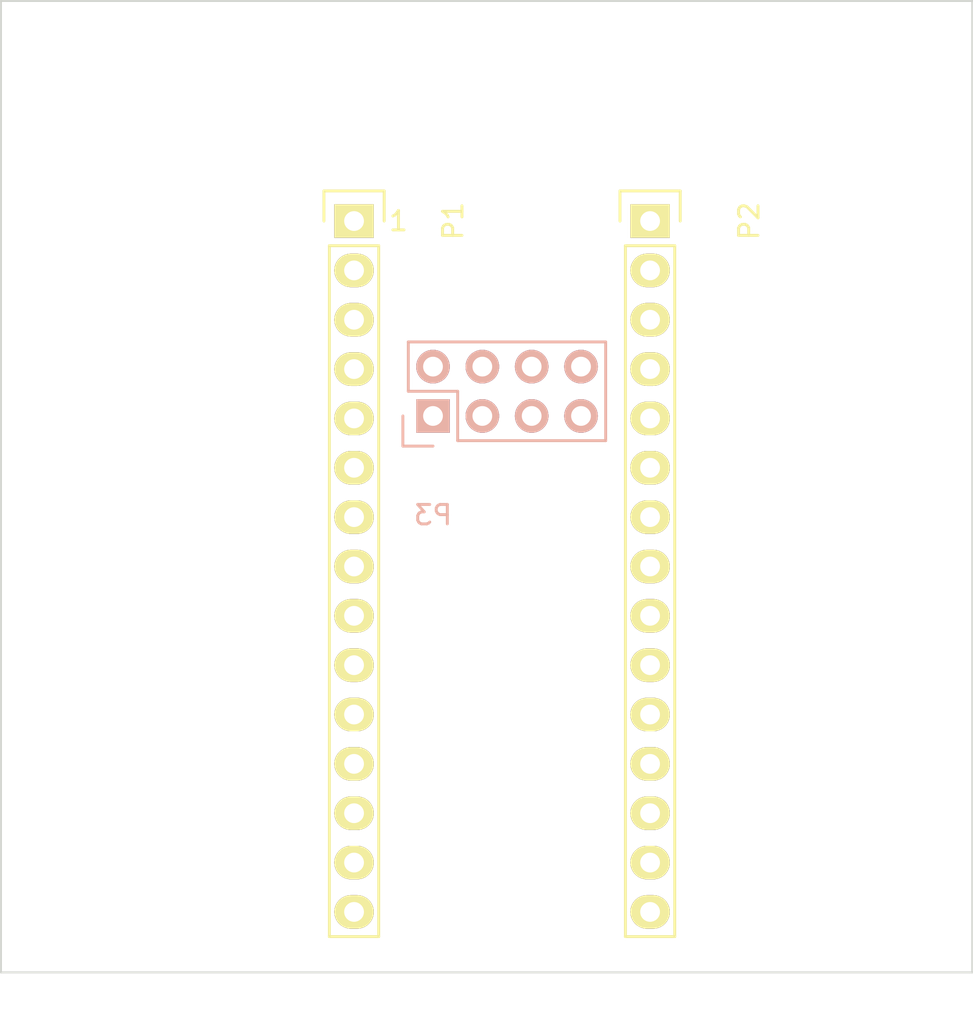
<source format=kicad_pcb>
(kicad_pcb (version 4) (host pcbnew 4.0.2-4+6225~38~ubuntu14.04.1-stable)

  (general
    (links 9)
    (no_connects 9)
    (area 119.949999 64.949999 170.050001 115.050001)
    (thickness 1.6)
    (drawings 11)
    (tracks 0)
    (zones 0)
    (modules 6)
    (nets 30)
  )

  (page A4)
  (title_block
    (date "jeu. 02 avril 2015")
  )

  (layers
    (0 F.Cu signal)
    (31 B.Cu signal)
    (32 B.Adhes user)
    (33 F.Adhes user)
    (34 B.Paste user)
    (35 F.Paste user)
    (36 B.SilkS user)
    (37 F.SilkS user)
    (38 B.Mask user)
    (39 F.Mask user)
    (40 Dwgs.User user)
    (41 Cmts.User user)
    (42 Eco1.User user)
    (43 Eco2.User user)
    (44 Edge.Cuts user)
    (45 Margin user)
    (46 B.CrtYd user)
    (47 F.CrtYd user)
    (48 B.Fab user)
    (49 F.Fab user)
  )

  (setup
    (last_trace_width 0.305)
    (trace_clearance 0.2)
    (zone_clearance 0.508)
    (zone_45_only no)
    (trace_min 0.2)
    (segment_width 0.15)
    (edge_width 0.1)
    (via_size 0.75)
    (via_drill 0.4)
    (via_min_size 0.75)
    (via_min_drill 0.4)
    (uvia_size 0.3)
    (uvia_drill 0.1)
    (uvias_allowed no)
    (uvia_min_size 0.2)
    (uvia_min_drill 0.1)
    (pcb_text_width 0.3)
    (pcb_text_size 1.5 1.5)
    (mod_edge_width 0.15)
    (mod_text_size 1 1)
    (mod_text_width 0.15)
    (pad_size 1.5 1.5)
    (pad_drill 0.6)
    (pad_to_mask_clearance 0)
    (aux_axis_origin 138.176 110.617)
    (visible_elements FFFFFF7F)
    (pcbplotparams
      (layerselection 0x00030_80000001)
      (usegerberextensions false)
      (excludeedgelayer true)
      (linewidth 0.100000)
      (plotframeref false)
      (viasonmask false)
      (mode 1)
      (useauxorigin false)
      (hpglpennumber 1)
      (hpglpenspeed 20)
      (hpglpendiameter 15)
      (hpglpenoverlay 2)
      (psnegative false)
      (psa4output false)
      (plotreference true)
      (plotvalue true)
      (plotinvisibletext false)
      (padsonsilk false)
      (subtractmaskfromsilk false)
      (outputformat 1)
      (mirror false)
      (drillshape 1)
      (scaleselection 1)
      (outputdirectory ""))
  )

  (net 0 "")
  (net 1 "/1(Tx)")
  (net 2 "/0(Rx)")
  (net 3 /Reset)
  (net 4 GND)
  (net 5 /2)
  (net 6 "/3(**)")
  (net 7 /4)
  (net 8 "/5(**)")
  (net 9 "/6(**)")
  (net 10 /7)
  (net 11 /8)
  (net 12 "/9(**)")
  (net 13 "/10(**/SS)")
  (net 14 "/12(MOSI)")
  (net 15 /Vin)
  (net 16 +5V)
  (net 17 /A7)
  (net 18 /A6)
  (net 19 /A5)
  (net 20 /A4)
  (net 21 /A3)
  (net 22 /A2)
  (net 23 /A1)
  (net 24 /A0)
  (net 25 /AREF)
  (net 26 +3.3V)
  (net 27 "/13(SCK)")
  (net 28 "/11(MISO)")
  (net 29 "Net-(P3-Pad8)")

  (net_class Default "This is the default net class."
    (clearance 0.2)
    (trace_width 0.305)
    (via_dia 0.75)
    (via_drill 0.4)
    (uvia_dia 0.3)
    (uvia_drill 0.1)
    (add_net +3.3V)
    (add_net +5V)
    (add_net "/0(Rx)")
    (add_net "/1(Tx)")
    (add_net "/10(**/SS)")
    (add_net "/11(MISO)")
    (add_net "/12(MOSI)")
    (add_net "/13(SCK)")
    (add_net /2)
    (add_net "/3(**)")
    (add_net /4)
    (add_net "/5(**)")
    (add_net "/6(**)")
    (add_net /7)
    (add_net /8)
    (add_net "/9(**)")
    (add_net /A0)
    (add_net /A1)
    (add_net /A2)
    (add_net /A3)
    (add_net /A4)
    (add_net /A5)
    (add_net /A6)
    (add_net /A7)
    (add_net /AREF)
    (add_net /Reset)
    (add_net /Vin)
    (add_net GND)
    (add_net "Net-(P3-Pad8)")
  )

  (net_class Fat ""
    (clearance 0.2)
    (trace_width 0.813)
    (via_dia 0.75)
    (via_drill 0.4)
    (uvia_dia 0.3)
    (uvia_drill 0.1)
  )

  (net_class Wide ""
    (clearance 0.2)
    (trace_width 0.406)
    (via_dia 0.75)
    (via_drill 0.4)
    (uvia_dia 0.3)
    (uvia_drill 0.1)
  )

  (module Socket_Arduino_Nano:1pin_Nano locked (layer F.Cu) (tedit 57162933) (tstamp 55211558)
    (at 138.176 114.427)
    (descr "module 1 pin (ou trou mecanique de percage)")
    (tags DEV)
    (path /551D9414)
    (fp_text reference P4 (at 0 -2.032) (layer F.SilkS) hide
      (effects (font (size 1 1) (thickness 0.15)))
    )
    (fp_text value CONN_1 (at 0 2.032) (layer F.Fab) hide
      (effects (font (size 1 1) (thickness 0.15)))
    )
  )

  (module Socket_Arduino_Nano:1pin_Nano locked (layer F.Cu) (tedit 57162938) (tstamp 5521155D)
    (at 153.416 114.427)
    (descr "module 1 pin (ou trou mecanique de percage)")
    (tags DEV)
    (path /551D9432)
    (fp_text reference P5 (at 0 -2.032) (layer F.SilkS) hide
      (effects (font (size 1 1) (thickness 0.15)))
    )
    (fp_text value CONN_1 (at 0 2.032) (layer F.Fab) hide
      (effects (font (size 1 1) (thickness 0.15)))
    )
  )

  (module Socket_Arduino_Nano:1pin_Nano locked (layer F.Cu) (tedit 5716292C) (tstamp 55211562)
    (at 153.416 73.787)
    (descr "module 1 pin (ou trou mecanique de percage)")
    (tags DEV)
    (path /551D9466)
    (fp_text reference P6 (at 0 -2.032) (layer F.SilkS) hide
      (effects (font (size 1 1) (thickness 0.15)))
    )
    (fp_text value CONN_1 (at 0 2.032) (layer F.Fab) hide
      (effects (font (size 1 1) (thickness 0.15)))
    )
  )

  (module Socket_Strips:Socket_Strip_Straight_2x04 (layer B.Cu) (tedit 0) (tstamp 5716298A)
    (at 142.24 86.36)
    (descr "Through hole socket strip")
    (tags "socket strip")
    (path /571623F2)
    (fp_text reference P3 (at 0 5.1) (layer B.SilkS)
      (effects (font (size 1 1) (thickness 0.15)) (justify mirror))
    )
    (fp_text value CONN_02X04 (at 0 3.1) (layer B.Fab)
      (effects (font (size 1 1) (thickness 0.15)) (justify mirror))
    )
    (fp_line (start -1.75 1.75) (end -1.75 -4.3) (layer B.CrtYd) (width 0.05))
    (fp_line (start 9.4 1.75) (end 9.4 -4.3) (layer B.CrtYd) (width 0.05))
    (fp_line (start -1.75 1.75) (end 9.4 1.75) (layer B.CrtYd) (width 0.05))
    (fp_line (start -1.75 -4.3) (end 9.4 -4.3) (layer B.CrtYd) (width 0.05))
    (fp_line (start 1.27 1.27) (end 8.89 1.27) (layer B.SilkS) (width 0.15))
    (fp_line (start 8.89 1.27) (end 8.89 -3.81) (layer B.SilkS) (width 0.15))
    (fp_line (start 8.89 -3.81) (end -1.27 -3.81) (layer B.SilkS) (width 0.15))
    (fp_line (start -1.27 -3.81) (end -1.27 -1.27) (layer B.SilkS) (width 0.15))
    (fp_line (start 0 1.55) (end -1.55 1.55) (layer B.SilkS) (width 0.15))
    (fp_line (start -1.27 -1.27) (end 1.27 -1.27) (layer B.SilkS) (width 0.15))
    (fp_line (start 1.27 -1.27) (end 1.27 1.27) (layer B.SilkS) (width 0.15))
    (fp_line (start -1.55 1.55) (end -1.55 0) (layer B.SilkS) (width 0.15))
    (pad 1 thru_hole rect (at 0 0) (size 1.7272 1.7272) (drill 1.016) (layers *.Cu *.Mask B.SilkS)
      (net 4 GND))
    (pad 2 thru_hole oval (at 0 -2.54) (size 1.7272 1.7272) (drill 1.016) (layers *.Cu *.Mask B.SilkS)
      (net 26 +3.3V))
    (pad 3 thru_hole oval (at 2.54 0) (size 1.7272 1.7272) (drill 1.016) (layers *.Cu *.Mask B.SilkS)
      (net 10 /7))
    (pad 4 thru_hole oval (at 2.54 -2.54) (size 1.7272 1.7272) (drill 1.016) (layers *.Cu *.Mask B.SilkS)
      (net 11 /8))
    (pad 5 thru_hole oval (at 5.08 0) (size 1.7272 1.7272) (drill 1.016) (layers *.Cu *.Mask B.SilkS)
      (net 27 "/13(SCK)"))
    (pad 6 thru_hole oval (at 5.08 -2.54) (size 1.7272 1.7272) (drill 1.016) (layers *.Cu *.Mask B.SilkS)
      (net 14 "/12(MOSI)"))
    (pad 7 thru_hole oval (at 7.62 0) (size 1.7272 1.7272) (drill 1.016) (layers *.Cu *.Mask B.SilkS)
      (net 28 "/11(MISO)"))
    (pad 8 thru_hole oval (at 7.62 -2.54) (size 1.7272 1.7272) (drill 1.016) (layers *.Cu *.Mask B.SilkS)
      (net 29 "Net-(P3-Pad8)"))
    (model Socket_Strips.3dshapes/Socket_Strip_Straight_2x04.wrl
      (at (xyz 0.15 -0.05 0))
      (scale (xyz 1 1 1))
      (rotate (xyz 0 0 180))
    )
  )

  (module Socket_Strips:Socket_Strip_Straight_1x15 locked (layer F.Cu) (tedit 0) (tstamp 571629F3)
    (at 138.176 76.327 270)
    (descr "Through hole socket strip")
    (tags "socket strip")
    (path /551D9496)
    (fp_text reference P1 (at 0 -5.1 270) (layer F.SilkS)
      (effects (font (size 1 1) (thickness 0.15)))
    )
    (fp_text value Digital (at 0 -3.1 270) (layer F.Fab)
      (effects (font (size 1 1) (thickness 0.15)))
    )
    (fp_line (start -1.75 -1.75) (end -1.75 1.75) (layer F.CrtYd) (width 0.05))
    (fp_line (start 37.35 -1.75) (end 37.35 1.75) (layer F.CrtYd) (width 0.05))
    (fp_line (start -1.75 -1.75) (end 37.35 -1.75) (layer F.CrtYd) (width 0.05))
    (fp_line (start -1.75 1.75) (end 37.35 1.75) (layer F.CrtYd) (width 0.05))
    (fp_line (start 1.27 -1.27) (end 36.83 -1.27) (layer F.SilkS) (width 0.15))
    (fp_line (start 36.83 -1.27) (end 36.83 1.27) (layer F.SilkS) (width 0.15))
    (fp_line (start 36.83 1.27) (end 1.27 1.27) (layer F.SilkS) (width 0.15))
    (fp_line (start -1.55 1.55) (end 0 1.55) (layer F.SilkS) (width 0.15))
    (fp_line (start 1.27 1.27) (end 1.27 -1.27) (layer F.SilkS) (width 0.15))
    (fp_line (start 0 -1.55) (end -1.55 -1.55) (layer F.SilkS) (width 0.15))
    (fp_line (start -1.55 -1.55) (end -1.55 1.55) (layer F.SilkS) (width 0.15))
    (pad 1 thru_hole rect (at 0 0 270) (size 1.7272 2.032) (drill 1.016) (layers *.Cu *.Mask F.SilkS)
      (net 1 "/1(Tx)"))
    (pad 2 thru_hole oval (at 2.54 0 270) (size 1.7272 2.032) (drill 1.016) (layers *.Cu *.Mask F.SilkS)
      (net 2 "/0(Rx)"))
    (pad 3 thru_hole oval (at 5.08 0 270) (size 1.7272 2.032) (drill 1.016) (layers *.Cu *.Mask F.SilkS)
      (net 3 /Reset))
    (pad 4 thru_hole oval (at 7.62 0 270) (size 1.7272 2.032) (drill 1.016) (layers *.Cu *.Mask F.SilkS)
      (net 4 GND))
    (pad 5 thru_hole oval (at 10.16 0 270) (size 1.7272 2.032) (drill 1.016) (layers *.Cu *.Mask F.SilkS)
      (net 5 /2))
    (pad 6 thru_hole oval (at 12.7 0 270) (size 1.7272 2.032) (drill 1.016) (layers *.Cu *.Mask F.SilkS)
      (net 6 "/3(**)"))
    (pad 7 thru_hole oval (at 15.24 0 270) (size 1.7272 2.032) (drill 1.016) (layers *.Cu *.Mask F.SilkS)
      (net 7 /4))
    (pad 8 thru_hole oval (at 17.78 0 270) (size 1.7272 2.032) (drill 1.016) (layers *.Cu *.Mask F.SilkS)
      (net 8 "/5(**)"))
    (pad 9 thru_hole oval (at 20.32 0 270) (size 1.7272 2.032) (drill 1.016) (layers *.Cu *.Mask F.SilkS)
      (net 9 "/6(**)"))
    (pad 10 thru_hole oval (at 22.86 0 270) (size 1.7272 2.032) (drill 1.016) (layers *.Cu *.Mask F.SilkS)
      (net 10 /7))
    (pad 11 thru_hole oval (at 25.4 0 270) (size 1.7272 2.032) (drill 1.016) (layers *.Cu *.Mask F.SilkS)
      (net 11 /8))
    (pad 12 thru_hole oval (at 27.94 0 270) (size 1.7272 2.032) (drill 1.016) (layers *.Cu *.Mask F.SilkS)
      (net 12 "/9(**)"))
    (pad 13 thru_hole oval (at 30.48 0 270) (size 1.7272 2.032) (drill 1.016) (layers *.Cu *.Mask F.SilkS)
      (net 13 "/10(**/SS)"))
    (pad 14 thru_hole oval (at 33.02 0 270) (size 1.7272 2.032) (drill 1.016) (layers *.Cu *.Mask F.SilkS)
      (net 28 "/11(MISO)"))
    (pad 15 thru_hole oval (at 35.56 0 270) (size 1.7272 2.032) (drill 1.016) (layers *.Cu *.Mask F.SilkS)
      (net 14 "/12(MOSI)"))
    (model Socket_Strips.3dshapes/Socket_Strip_Straight_1x15.wrl
      (at (xyz 0.7 0 0))
      (scale (xyz 1 1 1))
      (rotate (xyz 0 0 180))
    )
  )

  (module Socket_Strips:Socket_Strip_Straight_1x15 locked (layer F.Cu) (tedit 0) (tstamp 57162A05)
    (at 153.416 76.327 270)
    (descr "Through hole socket strip")
    (tags "socket strip")
    (path /551D94EF)
    (fp_text reference P2 (at 0 -5.1 270) (layer F.SilkS)
      (effects (font (size 1 1) (thickness 0.15)))
    )
    (fp_text value Analog (at 0 -3.1 270) (layer F.Fab)
      (effects (font (size 1 1) (thickness 0.15)))
    )
    (fp_line (start -1.75 -1.75) (end -1.75 1.75) (layer F.CrtYd) (width 0.05))
    (fp_line (start 37.35 -1.75) (end 37.35 1.75) (layer F.CrtYd) (width 0.05))
    (fp_line (start -1.75 -1.75) (end 37.35 -1.75) (layer F.CrtYd) (width 0.05))
    (fp_line (start -1.75 1.75) (end 37.35 1.75) (layer F.CrtYd) (width 0.05))
    (fp_line (start 1.27 -1.27) (end 36.83 -1.27) (layer F.SilkS) (width 0.15))
    (fp_line (start 36.83 -1.27) (end 36.83 1.27) (layer F.SilkS) (width 0.15))
    (fp_line (start 36.83 1.27) (end 1.27 1.27) (layer F.SilkS) (width 0.15))
    (fp_line (start -1.55 1.55) (end 0 1.55) (layer F.SilkS) (width 0.15))
    (fp_line (start 1.27 1.27) (end 1.27 -1.27) (layer F.SilkS) (width 0.15))
    (fp_line (start 0 -1.55) (end -1.55 -1.55) (layer F.SilkS) (width 0.15))
    (fp_line (start -1.55 -1.55) (end -1.55 1.55) (layer F.SilkS) (width 0.15))
    (pad 1 thru_hole rect (at 0 0 270) (size 1.7272 2.032) (drill 1.016) (layers *.Cu *.Mask F.SilkS)
      (net 15 /Vin))
    (pad 2 thru_hole oval (at 2.54 0 270) (size 1.7272 2.032) (drill 1.016) (layers *.Cu *.Mask F.SilkS)
      (net 4 GND))
    (pad 3 thru_hole oval (at 5.08 0 270) (size 1.7272 2.032) (drill 1.016) (layers *.Cu *.Mask F.SilkS)
      (net 3 /Reset))
    (pad 4 thru_hole oval (at 7.62 0 270) (size 1.7272 2.032) (drill 1.016) (layers *.Cu *.Mask F.SilkS)
      (net 16 +5V))
    (pad 5 thru_hole oval (at 10.16 0 270) (size 1.7272 2.032) (drill 1.016) (layers *.Cu *.Mask F.SilkS)
      (net 17 /A7))
    (pad 6 thru_hole oval (at 12.7 0 270) (size 1.7272 2.032) (drill 1.016) (layers *.Cu *.Mask F.SilkS)
      (net 18 /A6))
    (pad 7 thru_hole oval (at 15.24 0 270) (size 1.7272 2.032) (drill 1.016) (layers *.Cu *.Mask F.SilkS)
      (net 19 /A5))
    (pad 8 thru_hole oval (at 17.78 0 270) (size 1.7272 2.032) (drill 1.016) (layers *.Cu *.Mask F.SilkS)
      (net 20 /A4))
    (pad 9 thru_hole oval (at 20.32 0 270) (size 1.7272 2.032) (drill 1.016) (layers *.Cu *.Mask F.SilkS)
      (net 21 /A3))
    (pad 10 thru_hole oval (at 22.86 0 270) (size 1.7272 2.032) (drill 1.016) (layers *.Cu *.Mask F.SilkS)
      (net 22 /A2))
    (pad 11 thru_hole oval (at 25.4 0 270) (size 1.7272 2.032) (drill 1.016) (layers *.Cu *.Mask F.SilkS)
      (net 23 /A1))
    (pad 12 thru_hole oval (at 27.94 0 270) (size 1.7272 2.032) (drill 1.016) (layers *.Cu *.Mask F.SilkS)
      (net 24 /A0))
    (pad 13 thru_hole oval (at 30.48 0 270) (size 1.7272 2.032) (drill 1.016) (layers *.Cu *.Mask F.SilkS)
      (net 25 /AREF))
    (pad 14 thru_hole oval (at 33.02 0 270) (size 1.7272 2.032) (drill 1.016) (layers *.Cu *.Mask F.SilkS)
      (net 26 +3.3V))
    (pad 15 thru_hole oval (at 35.56 0 270) (size 1.7272 2.032) (drill 1.016) (layers *.Cu *.Mask F.SilkS)
      (net 27 "/13(SCK)"))
    (model Socket_Strips.3dshapes/Socket_Strip_Straight_1x15.wrl
      (at (xyz 0.7 0 0))
      (scale (xyz 1 1 1))
      (rotate (xyz 0 0 180))
    )
  )

  (gr_line (start 170 115) (end 170 65) (angle 90) (layer Edge.Cuts) (width 0.1))
  (gr_line (start 120 115) (end 170 115) (angle 90) (layer Edge.Cuts) (width 0.1))
  (gr_line (start 120 65) (end 120 115) (angle 90) (layer Edge.Cuts) (width 0.1))
  (gr_line (start 170 65) (end 120 65) (angle 90) (layer Edge.Cuts) (width 0.1))
  (gr_text 1 (at 140.462 76.327) (layer F.SilkS)
    (effects (font (size 1 1) (thickness 0.15)))
  )
  (gr_line (start 149.352 117.602) (end 149.352 115.697) (angle 90) (layer Dwgs.User) (width 0.15))
  (gr_line (start 149.352 108.077) (end 149.352 115.697) (angle 90) (layer Dwgs.User) (width 0.15))
  (gr_line (start 142.24 108.077) (end 149.352 108.077) (angle 90) (layer Dwgs.User) (width 0.15))
  (gr_line (start 142.24 115.697) (end 142.24 108.077) (angle 90) (layer Dwgs.User) (width 0.15))
  (gr_line (start 142.24 117.602) (end 149.352 117.602) (angle 90) (layer Dwgs.User) (width 0.15))
  (gr_line (start 142.24 115.697) (end 142.24 117.602) (angle 90) (layer Dwgs.User) (width 0.15))

)

</source>
